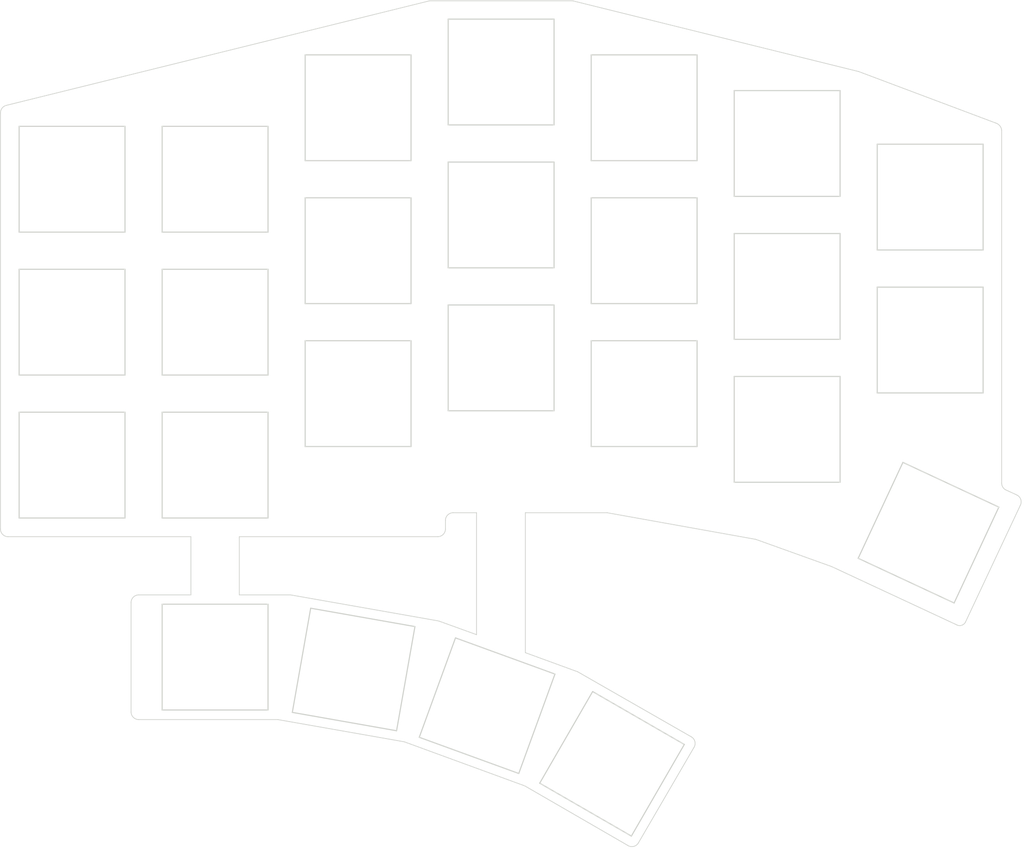
<source format=kicad_pcb>
(kicad_pcb (version 20221018) (generator pcbnew)
  (layers (0 "F.Cu" signal) (31 "B.Cu" signal) (34 "B.Paste" user) (35 "F.Paste" user) (36 "B.SilkS" user "B.Silkscreen") (37 "F.SilkS" user "F.Silkscreen") (38 "B.Mask" user) (39 "F.Mask" user) (44 "Edge.Cuts" user))
  (net 0 "")
  (footprint "kbd_SW_Hole:SW_Hole_1u" (layer "F.Cu") (at 57.15 130.36425)
    (fp_text reference "MX22" hide)
    (fp_text value "MX-NoLED" hide)
    (fp_line (start -7.05 -7.05) (end 7.05 -7.05) (stroke (width 0.15)) (layer "Edge.Cuts"))
    (fp_line (start -7.05 7.05) (end -7.05 -7.05) (stroke (width 0.15)) (layer "Edge.Cuts"))
    (fp_line (start 7.05 -7.05) (end 7.05 7.05) (stroke (width 0.15)) (layer "Edge.Cuts"))
    (fp_line (start 7.05 7.05) (end -7.05 7.05) (stroke (width 0.15)) (layer "Edge.Cuts"))
  )
  (footprint "kbd_Hole:m2_Screw_Hole" (layer "F.Cu") (at 142.875 71.43125)
    (fp_text reference "Ref**")
    (fp_text value "Val**")
    (pad "" np_thru_hole circle (at 0 0) (size 2.2 2.2) (drill 2.2) (layers "*.Cu" "*.Mask"))
  )
  (footprint "kbd_SW_Hole:SW_Hole_1u" (layer "F.Cu") (at 93.384 136.84125 -20)
    (fp_text reference "MX24" hide)
    (fp_text value "MX-NoLED" hide)
    (fp_line (start -7.05 -7.05) (end 7.05 -7.05) (stroke (width 0.15)) (layer "Edge.Cuts"))
    (fp_line (start -7.05 7.05) (end -7.05 -7.05) (stroke (width 0.15)) (layer "Edge.Cuts"))
    (fp_line (start 7.05 -7.05) (end 7.05 7.05) (stroke (width 0.15)) (layer "Edge.Cuts"))
    (fp_line (start 7.05 7.05) (end -7.05 7.05) (stroke (width 0.15)) (layer "Edge.Cuts"))
  )
  (footprint "kbd_SW_Hole:SW_Hole_1u" (layer "F.Cu") (at 110.021 144.58825 -30)
    (fp_text reference "MX25" hide)
    (fp_text value "MX-NoLED" hide)
    (fp_line (start -7.05 -7.05) (end 7.05 -7.05) (stroke (width 0.15)) (layer "Edge.Cuts"))
    (fp_line (start -7.05 7.05) (end -7.05 -7.05) (stroke (width 0.15)) (layer "Edge.Cuts"))
    (fp_line (start 7.05 -7.05) (end 7.05 7.05) (stroke (width 0.15)) (layer "Edge.Cuts"))
    (fp_line (start 7.05 7.05) (end -7.05 7.05) (stroke (width 0.15)) (layer "Edge.Cuts"))
  )
  (footprint "kbd_SW_Hole:SW_Hole_1u" (layer "F.Cu") (at 95.25 90.4875)
    (fp_text reference "MX18" hide)
    (fp_text value "MX-NoLED" hide)
    (fp_line (start -7.05 -7.05) (end 7.05 -7.05) (stroke (width 0.15)) (layer "Edge.Cuts"))
    (fp_line (start -7.05 7.05) (end -7.05 -7.05) (stroke (width 0.15)) (layer "Edge.Cuts"))
    (fp_line (start 7.05 -7.05) (end 7.05 7.05) (stroke (width 0.15)) (layer "Edge.Cuts"))
    (fp_line (start 7.05 7.05) (end -7.05 7.05) (stroke (width 0.15)) (layer "Edge.Cuts"))
  )
  (footprint "kbd_SW_Hole:SW_Hole_1u" (layer "F.Cu") (at 57.15 85.725)
    (fp_text reference "MX9" hide)
    (fp_text value "MX-NoLED" hide)
    (fp_line (start -7.05 -7.05) (end 7.05 -7.05) (stroke (width 0.15)) (layer "Edge.Cuts"))
    (fp_line (start -7.05 7.05) (end -7.05 -7.05) (stroke (width 0.15)) (layer "Edge.Cuts"))
    (fp_line (start 7.05 -7.05) (end 7.05 7.05) (stroke (width 0.15)) (layer "Edge.Cuts"))
    (fp_line (start 7.05 7.05) (end -7.05 7.05) (stroke (width 0.15)) (layer "Edge.Cuts"))
  )
  (footprint "kbd_Hole:m2_Screw_Hole" (layer "F.Cu") (at 47.625 95.25)
    (fp_text reference "Ref**")
    (fp_text value "Val**")
    (pad "" np_thru_hole circle (at 0 0) (size 2.2 2.2) (drill 2.2) (layers "*.Cu" "*.Mask"))
  )
  (footprint "kbd_SW_Hole:SW_Hole_1u" (layer "F.Cu") (at 114.3 76.2)
    (fp_text reference "MX12" hide)
    (fp_text value "MX-NoLED" hide)
    (fp_line (start -7.05 -7.05) (end 7.05 -7.05) (stroke (width 0.15)) (layer "Edge.Cuts"))
    (fp_line (start -7.05 7.05) (end -7.05 -7.05) (stroke (width 0.15)) (layer "Edge.Cuts"))
    (fp_line (start 7.05 -7.05) (end 7.05 7.05) (stroke (width 0.15)) (layer "Edge.Cuts"))
    (fp_line (start 7.05 7.05) (end -7.05 7.05) (stroke (width 0.15)) (layer "Edge.Cuts"))
  )
  (footprint "kbd_SW_Hole:SW_Hole_1u" (layer "F.Cu") (at 76.2 76.2)
    (fp_text reference "MX10" hide)
    (fp_text value "MX-NoLED" hide)
    (fp_line (start -7.05 -7.05) (end 7.05 -7.05) (stroke (width 0.15)) (layer "Edge.Cuts"))
    (fp_line (start -7.05 7.05) (end -7.05 -7.05) (stroke (width 0.15)) (layer "Edge.Cuts"))
    (fp_line (start 7.05 -7.05) (end 7.05 7.05) (stroke (width 0.15)) (layer "Edge.Cuts"))
    (fp_line (start 7.05 7.05) (end -7.05 7.05) (stroke (width 0.15)) (layer "Edge.Cuts"))
  )
  (footprint "kbd_SW_Hole:SW_Hole_1u" (layer "F.Cu") (at 57.15 66.675)
    (fp_text reference "MX2" hide)
    (fp_text value "MX-NoLED" hide)
    (fp_line (start -7.05 -7.05) (end 7.05 -7.05) (stroke (width 0.15)) (layer "Edge.Cuts"))
    (fp_line (start -7.05 7.05) (end -7.05 -7.05) (stroke (width 0.15)) (layer "Edge.Cuts"))
    (fp_line (start 7.05 -7.05) (end 7.05 7.05) (stroke (width 0.15)) (layer "Edge.Cuts"))
    (fp_line (start 7.05 7.05) (end -7.05 7.05) (stroke (width 0.15)) (layer "Edge.Cuts"))
  )
  (footprint "kbd_SW_Hole:SW_Hole_1u" (layer "F.Cu") (at 38.1 85.725)
    (fp_text reference "MX8" hide)
    (fp_text value "MX-NoLED" hide)
    (fp_line (start -7.05 -7.05) (end 7.05 -7.05) (stroke (width 0.15)) (layer "Edge.Cuts"))
    (fp_line (start -7.05 7.05) (end -7.05 -7.05) (stroke (width 0.15)) (layer "Edge.Cuts"))
    (fp_line (start 7.05 -7.05) (end 7.05 7.05) (stroke (width 0.15)) (layer "Edge.Cuts"))
    (fp_line (start 7.05 7.05) (end -7.05 7.05) (stroke (width 0.15)) (layer "Edge.Cuts"))
  )
  (footprint "kbd_SW_Hole:SW_Hole_1u" (layer "F.Cu") (at 95.25 71.4375)
    (fp_text reference "MX11" hide)
    (fp_text value "MX-NoLED" hide)
    (fp_line (start -7.05 -7.05) (end 7.05 -7.05) (stroke (width 0.15)) (layer "Edge.Cuts"))
    (fp_line (start -7.05 7.05) (end -7.05 -7.05) (stroke (width 0.15)) (layer "Edge.Cuts"))
    (fp_line (start 7.05 -7.05) (end 7.05 7.05) (stroke (width 0.15)) (layer "Edge.Cuts"))
    (fp_line (start 7.05 7.05) (end -7.05 7.05) (stroke (width 0.15)) (layer "Edge.Cuts"))
  )
  (footprint "kbd_SW_Hole:SW_Hole_1u" (layer "F.Cu") (at 133.35 80.9625)
    (fp_text reference "MX13" hide)
    (fp_text value "MX-NoLED" hide)
    (fp_line (start -7.05 -7.05) (end 7.05 -7.05) (stroke (width 0.15)) (layer "Edge.Cuts"))
    (fp_line (start -7.05 7.05) (end -7.05 -7.05) (stroke (width 0.15)) (layer "Edge.Cuts"))
    (fp_line (start 7.05 -7.05) (end 7.05 7.05) (stroke (width 0.15)) (layer "Edge.Cuts"))
    (fp_line (start 7.05 7.05) (end -7.05 7.05) (stroke (width 0.15)) (layer "Edge.Cuts"))
  )
  (footprint "kbd_SW_Hole:SW_Hole_1u" (layer "F.Cu") (at 76.2 57.15)
    (fp_text reference "MX3" hide)
    (fp_text value "MX-NoLED" hide)
    (fp_line (start -7.05 -7.05) (end 7.05 -7.05) (stroke (width 0.15)) (layer "Edge.Cuts"))
    (fp_line (start -7.05 7.05) (end -7.05 -7.05) (stroke (width 0.15)) (layer "Edge.Cuts"))
    (fp_line (start 7.05 -7.05) (end 7.05 7.05) (stroke (width 0.15)) (layer "Edge.Cuts"))
    (fp_line (start 7.05 7.05) (end -7.05 7.05) (stroke (width 0.15)) (layer "Edge.Cuts"))
  )
  (footprint "kbd_SW_Hole:SW_Hole_1u" (layer "F.Cu") (at 38.1 66.675)
    (fp_text reference "MX1" hide)
    (fp_text value "MX-NoLED" hide)
    (fp_line (start -7.05 -7.05) (end 7.05 -7.05) (stroke (width 0.15)) (layer "Edge.Cuts"))
    (fp_line (start -7.05 7.05) (end -7.05 -7.05) (stroke (width 0.15)) (layer "Edge.Cuts"))
    (fp_line (start 7.05 -7.05) (end 7.05 7.05) (stroke (width 0.15)) (layer "Edge.Cuts"))
    (fp_line (start 7.05 7.05) (end -7.05 7.05) (stroke (width 0.15)) (layer "Edge.Cuts"))
  )
  (footprint "kbd_SW_Hole:SW_Hole_1u" (layer "F.Cu") (at 75.604 132.01525 -10)
    (fp_text reference "MX23" hide)
    (fp_text value "MX-NoLED" hide)
    (fp_line (start -7.05 -7.05) (end 7.05 -7.05) (stroke (width 0.15)) (layer "Edge.Cuts"))
    (fp_line (start -7.05 7.05) (end -7.05 -7.05) (stroke (width 0.15)) (layer "Edge.Cuts"))
    (fp_line (start 7.05 -7.05) (end 7.05 7.05) (stroke (width 0.15)) (layer "Edge.Cuts"))
    (fp_line (start 7.05 7.05) (end -7.05 7.05) (stroke (width 0.15)) (layer "Edge.Cuts"))
  )
  (footprint "random-keyboard-parts:breakaway-mousebites" (layer "F.Cu") (at 57.15 122.075)
    (fp_text reference "REF**")
    (fp_text value "breakaway-mousebites")
    (pad "" np_thru_hole circle (at -2.54 -0.254) (size 0.7874 0.7874) (drill 0.7874) (layers "*.Cu" "*.Mask"))
    (pad "" np_thru_hole circle (at -1.27 -0.254) (size 0.7874 0.7874) (drill 0.7874) (layers "*.Cu" "*.Mask"))
    (pad "" np_thru_hole circle (at 0 -0.254) (size 0.7874 0.7874) (drill 0.7874) (layers "*.Cu" "*.Mask"))
    (pad "" np_thru_hole circle (at 1.27 -0.254) (size 0.7874 0.7874) (drill 0.7874) (layers "*.Cu" "*.Mask"))
    (pad "" np_thru_hole circle (at 2.54 -0.254) (size 0.7874 0.7874) (drill 0.7874) (layers "*.Cu" "*.Mask"))
  )
  (footprint "kbd_Hole:m2_Screw_Hole" (layer "F.Cu") (at 133.35 113.43125)
    (fp_text reference "Ref**")
    (fp_text value "Val**")
    (pad "" np_thru_hole circle (at 0 0) (size 2.2 2.2) (drill 2.2) (layers "*.Cu" "*.Mask"))
  )
  (footprint "kbd_SW_Hole:SW_Hole_1u" (layer "F.Cu") (at 114.3 95.25)
    (fp_text reference "MX19" hide)
    (fp_text value "MX-NoLED" hide)
    (fp_line (start -7.05 -7.05) (end 7.05 -7.05) (stroke (width 0.15)) (layer "Edge.Cuts"))
    (fp_line (start -7.05 7.05) (end -7.05 -7.05) (stroke (width 0.15)) (layer "Edge.Cuts"))
    (fp_line (start 7.05 -7.05) (end 7.05 7.05) (stroke (width 0.15)) (layer "Edge.Cuts"))
    (fp_line (start 7.05 7.05) (end -7.05 7.05) (stroke (width 0.15)) (layer "Edge.Cuts"))
  )
  (footprint "kbd_SW_Hole:SW_Hole_1u" (layer "F.Cu") (at 133.35 61.9125)
    (fp_text reference "MX6" hide)
    (fp_text value "MX-NoLED" hide)
    (fp_line (start -7.05 -7.05) (end 7.05 -7.05) (stroke (width 0.15)) (layer "Edge.Cuts"))
    (fp_line (start -7.05 7.05) (end -7.05 -7.05) (stroke (width 0.15)) (layer "Edge.Cuts"))
    (fp_line (start 7.05 -7.05) (end 7.05 7.05) (stroke (width 0.15)) (layer "Edge.Cuts"))
    (fp_line (start 7.05 7.05) (end -7.05 7.05) (stroke (width 0.15)) (layer "Edge.Cuts"))
  )
  (footprint "random-keyboard-parts:breakaway-mousebites" (layer "F.Cu") (at 95.25 111.125 180)
    (fp_text reference "REF**")
    (fp_text value "breakaway-mousebites")
    (pad "" np_thru_hole circle (at -2.54 -0.254 180) (size 0.7874 0.7874) (drill 0.7874) (layers "*.Cu" "*.Mask"))
    (pad "" np_thru_hole circle (at -1.27 -0.254 180) (size 0.7874 0.7874) (drill 0.7874) (layers "*.Cu" "*.Mask"))
    (pad "" np_thru_hole circle (at 0 -0.254 180) (size 0.7874 0.7874) (drill 0.7874) (layers "*.Cu" "*.Mask"))
    (pad "" np_thru_hole circle (at 1.27 -0.254 180) (size 0.7874 0.7874) (drill 0.7874) (layers "*.Cu" "*.Mask"))
    (pad "" np_thru_hole circle (at 2.54 -0.254 180) (size 0.7874 0.7874) (drill 0.7874) (layers "*.Cu" "*.Mask"))
  )
  (footprint "kbd_SW_Hole:SW_Hole_1u" (layer "F.Cu") (at 152.4 69.05625)
    (fp_text reference "MX7" hide)
    (fp_text value "MX-NoLED" hide)
    (fp_line (start -7.05 -7.05) (end 7.05 -7.05) (stroke (width 0.15)) (layer "Edge.Cuts"))
    (fp_line (start -7.05 7.05) (end -7.05 -7.05) (stroke (width 0.15)) (layer "Edge.Cuts"))
    (fp_line (start 7.05 -7.05) (end 7.05 7.05) (stroke (width 0.15)) (layer "Edge.Cuts"))
    (fp_line (start 7.05 7.05) (end -7.05 7.05) (stroke (width 0.15)) (layer "Edge.Cuts"))
  )
  (footprint "kbd_SW_Hole:SW_Hole_1u" (layer "F.Cu") (at 114.3 57.15)
    (fp_text reference "MX5" hide)
    (fp_text value "MX-NoLED" hide)
    (fp_line (start -7.05 -7.05) (end 7.05 -7.05) (stroke (width 0.15)) (layer "Edge.Cuts"))
    (fp_line (start -7.05 7.05) (end -7.05 -7.05) (stroke (width 0.15)) (layer "Edge.Cuts"))
    (fp_line (start 7.05 -7.05) (end 7.05 7.05) (stroke (width 0.15)) (layer "Edge.Cuts"))
    (fp_line (start 7.05 7.05) (end -7.05 7.05) (stroke (width 0.15)) (layer "Edge.Cuts"))
  )
  (footprint "random-keyboard-parts:breakaway-mousebites" (layer "F.Cu") (at 95.045061 128.477082 -20.1)
    (fp_text reference "REF**")
    (fp_text value "breakaway-mousebites")
    (pad "" np_thru_hole circle (at -2.54 -0.254 339.9) (size 0.7874 0.7874) (drill 0.7874) (layers "*.Cu" "*.Mask"))
    (pad "" np_thru_hole circle (at -1.27 -0.254 339.9) (size 0.7874 0.7874) (drill 0.7874) (layers "*.Cu" "*.Mask"))
    (pad "" np_thru_hole circle (at 0 -0.254 339.9) (size 0.7874 0.7874) (drill 0.7874) (layers "*.Cu" "*.Mask"))
    (pad "" np_thru_hole circle (at 1.27 -0.254 339.9) (size 0.7874 0.7874) (drill 0.7874) (layers "*.Cu" "*.Mask"))
    (pad "" np_thru_hole circle (at 2.54 -0.254 339.9) (size 0.7874 0.7874) (drill 0.7874) (layers "*.Cu" "*.Mask"))
  )
  (footprint "kbd_SW_Hole:SW_Hole_1u" (layer "F.Cu") (at 152.179418 113.785053 -25)
    (fp_text reference "MX21" hide)
    (fp_text value "MX-NoLED" hide)
    (fp_line (start -7.05 -7.05) (end 7.05 -7.05) (stroke (width 0.15)) (layer "Edge.Cuts"))
    (fp_line (start -7.05 7.05) (end -7.05 -7.05) (stroke (width 0.15)) (layer "Edge.Cuts"))
    (fp_line (start 7.05 -7.05) (end 7.05 7.05) (stroke (width 0.15)) (layer "Edge.Cuts"))
    (fp_line (start 7.05 7.05) (end -7.05 7.05) (stroke (width 0.15)) (layer "Edge.Cuts"))
  )
  (footprint "random-keyboard-parts:breakaway-mousebites" (layer "F.Cu") (at 57.15 114.316233 180)
    (fp_text reference "REF**")
    (fp_text value "breakaway-mousebites")
    (pad "" np_thru_hole circle (at -2.54 -0.254 180) (size 0.7874 0.7874) (drill 0.7874) (layers "*.Cu" "*.Mask"))
    (pad "" np_thru_hole circle (at -1.27 -0.254 180) (size 0.7874 0.7874) (drill 0.7874) (layers "*.Cu" "*.Mask"))
    (pad "" np_thru_hole circle (at 0 -0.254 180) (size 0.7874 0.7874) (drill 0.7874) (layers "*.Cu" "*.Mask"))
    (pad "" np_thru_hole circle (at 1.27 -0.254 180) (size 0.7874 0.7874) (drill 0.7874) (layers "*.Cu" "*.Mask"))
    (pad "" np_thru_hole circle (at 2.54 -0.254 180) (size 0.7874 0.7874) (drill 0.7874) (layers "*.Cu" "*.Mask"))
  )
  (footprint "kbd_Hole:m2_Screw_Hole" (layer "F.Cu") (at 47.625 76.20625)
    (fp_text reference "Ref**")
    (fp_text value "Val**")
    (pad "" np_thru_hole circle (at 0 0) (size 2.2 2.2) (drill 2.2) (layers "*.Cu" "*.Mask"))
  )
  (footprint "kbd_SW_Hole:SW_Hole_1u" (layer "F.Cu") (at 152.4 88.10625)
    (fp_text reference "MX14" hide)
    (fp_text value "MX-NoLED" hide)
    (fp_line (start -7.05 -7.05) (end 7.05 -7.05) (stroke (width 0.15)) (layer "Edge.Cuts"))
    (fp_line (start -7.05 7.05) (end -7.05 -7.05) (stroke (width 0.15)) (layer "Edge.Cuts"))
    (fp_line (start 7.05 -7.05) (end 7.05 7.05) (stroke (width 0.15)) (layer "Edge.Cuts"))
    (fp_line (start 7.05 7.05) (end -7.05 7.05) (stroke (width 0.15)) (layer "Edge.Cuts"))
  )
  (footprint "kbd_SW_Hole:SW_Hole_1u" (layer "F.Cu") (at 133.35 100.0125)
    (fp_text reference "MX20" hide)
    (fp_text value "MX-NoLED" hide)
    (fp_line (start -7.05 -7.05) (end 7.05 -7.05) (stroke (width 0.15)) (layer "Edge.Cuts"))
    (fp_line (start -7.05 7.05) (end -7.05 -7.05) (stroke (width 0.15)) (layer "Edge.Cuts"))
    (fp_line (start 7.05 -7.05) (end 7.05 7.05) (stroke (width 0.15)) (layer "Edge.Cuts"))
    (fp_line (start 7.05 7.05) (end -7.05 7.05) (stroke (width 0.15)) (layer "Edge.Cuts"))
  )
  (footprint "kbd_SW_Hole:SW_Hole_1u" (layer "F.Cu") (at 76.2 95.25)
    (fp_text reference "MX17" hide)
    (fp_text value "MX-NoLED" hide)
    (fp_line (start -7.05 -7.05) (end 7.05 -7.05) (stroke (width 0.15)) (layer "Edge.Cuts"))
    (fp_line (start -7.05 7.05) (end -7.05 -7.05) (stroke (width 0.15)) (layer "Edge.Cuts"))
    (fp_line (start 7.05 -7.05) (end 7.05 7.05) (stroke (width 0.15)) (layer "Edge.Cuts"))
    (fp_line (start 7.05 7.05) (end -7.05 7.05) (stroke (width 0.15)) (layer "Edge.Cuts"))
  )
  (footprint "kbd_SW_Hole:SW_Hole_1u" (layer "F.Cu") (at 95.25 52.3875)
    (fp_text reference "MX4" hide)
    (fp_text value "MX-NoLED" hide)
    (fp_line (start -7.05 -7.05) (end 7.05 -7.05) (stroke (width 0.15)) (layer "Edge.Cuts"))
    (fp_line (start -7.05 7.05) (end -7.05 -7.05) (stroke (width 0.15)) (layer "Edge.Cuts"))
    (fp_line (start 7.05 -7.05) (end 7.05 7.05) (stroke (width 0.15)) (layer "Edge.Cuts"))
    (fp_line (start 7.05 7.05) (end -7.05 7.05) (stroke (width 0.15)) (layer "Edge.Cuts"))
  )
  (footprint "kbd_SW_Hole:SW_Hole_1u" (layer "F.Cu") (at 57.15 104.775)
    (fp_text reference "MX16" hide)
    (fp_text value "MX-NoLED" hide)
    (fp_line (start -7.05 -7.05) (end 7.05 -7.05) (stroke (width 0.15)) (layer "Edge.Cuts"))
    (fp_line (start -7.05 7.05) (end -7.05 -7.05) (stroke (width 0.15)) (layer "Edge.Cuts"))
    (fp_line (start 7.05 -7.05) (end 7.05 7.05) (stroke (width 0.15)) (layer "Edge.Cuts"))
    (fp_line (start 7.05 7.05) (end -7.05 7.05) (stroke (width 0.15)) (layer "Edge.Cuts"))
  )
  (footprint "kbd_SW_Hole:SW_Hole_1u" (layer "F.Cu") (at 38.1 104.775)
    (fp_text reference "MX15" hide)
    (fp_text value "MX-NoLED" hide)
    (fp_line (start -7.05 -7.05) (end 7.05 -7.05) (stroke (width 0.15)) (layer "Edge.Cuts"))
    (fp_line (start -7.05 7.05) (end -7.05 -7.05) (stroke (width 0.15)) (layer "Edge.Cuts"))
    (fp_line (start 7.05 -7.05) (end 7.05 7.05) (stroke (width 0.15)) (layer "Edge.Cuts"))
    (fp_line (start 7.05 7.05) (end -7.05 7.05) (stroke (width 0.15)) (layer "Edge.Cuts"))
  )
  (gr_line (start 29.322857 56.833855) (end 85.725 42.89425) (stroke (width 0.1)) (layer "Edge.Cuts"))
  (gr_line (start 91.975 127.375) (end 86.929 125.55) (stroke (width 0.1)) (layer "Edge.Cuts"))
  (gr_line (start 65.504 138.691681) (end 46.974281 138.691681) (stroke (width 0.1)) (layer "Edge.Cuts"))
  (gr_line (start 112.104 155.45625) (end 98.404 147.53125) (stroke (width 0.1)) (layer "Edge.Cuts"))
  (gr_line (start 104.775 42.89425) (end 85.725 42.89425) (stroke (width 0.1)) (layer "Edge.Cuts"))
  (gr_arc (start 120.635153 141.022722) (mid 121.070022 141.667254) (end 120.921697 142.43047) (stroke (width 0.1)) (layer "Edge.Cuts"))
  (gr_line (start 98.404 147.53125) (end 82.354 141.65625) (stroke (width 0.1)) (layer "Edge.Cuts"))
  (gr_arc (start 161.124548 59.182612) (mid 161.674565 59.550194) (end 161.925 60.1625) (stroke (width 0.1)) (layer "Edge.Cuts"))
  (gr_line (start 91.975 111.125) (end 88.858243 111.125) (stroke (width 0.1)) (layer "Edge.Cuts"))
  (gr_line (start 53.925 122.075) (end 53.925 114.316233) (stroke (width 0.1)) (layer "Edge.Cuts"))
  (gr_arc (start 29.575001 114.316233) (mid 28.860834 114.020416) (end 28.565017 113.306249) (stroke (width 0.1)) (layer "Edge.Cuts"))
  (gr_arc (start 28.565017 57.834528) (mid 28.775003 57.206252) (end 29.322857 56.833855) (stroke (width 0.1)) (layer "Edge.Cuts"))
  (gr_line (start 98.475 111.125) (end 98.475 129.775) (stroke (width 0.1)) (layer "Edge.Cuts"))
  (gr_line (start 67.204 122.075) (end 60.375 122.075) (stroke (width 0.1)) (layer "Edge.Cuts"))
  (gr_line (start 129.175 114.675) (end 109.375 111.125) (stroke (width 0.1)) (layer "Edge.Cuts"))
  (gr_line (start 139.275 118.3) (end 129.175 114.675) (stroke (width 0.1)) (layer "Edge.Cuts"))
  (gr_arc (start 163.979741 108.77574) (mid 164.475038 109.38125) (end 164.397041 110.159612) (stroke (width 0.1)) (layer "Edge.Cuts"))
  (gr_line (start 155.948005 126.074218) (end 139.275 118.3) (stroke (width 0.1)) (layer "Edge.Cuts"))
  (gr_line (start 104.775 42.89425) (end 142.875 52.324) (stroke (width 0.1)) (layer "Edge.Cuts"))
  (gr_line (start 86.929 125.55) (end 67.204 122.075) (stroke (width 0.1)) (layer "Edge.Cuts"))
  (gr_arc (start 87.833236 113.294378) (mid 87.52826 114.019287) (end 86.800024 114.316233) (stroke (width 0.1)) (layer "Edge.Cuts"))
  (gr_line (start 87.833236 113.294378) (end 87.833236 112.15) (stroke (width 0.1)) (layer "Edge.Cuts"))
  (gr_line (start 164.397041 110.159612) (end 157.099855 125.70331) (stroke (width 0.1)) (layer "Edge.Cuts"))
  (gr_arc (start 157.099855 125.70331) (mid 156.6 126.125) (end 155.948005 126.074218) (stroke (width 0.1)) (layer "Edge.Cuts"))
  (gr_line (start 161.925 60.1625) (end 161.925 107.163771) (stroke (width 0.1)) (layer "Edge.Cuts"))
  (gr_line (start 45.962237 137.687039) (end 45.962236 123.099689) (stroke (width 0.1)) (layer "Edge.Cuts"))
  (gr_arc (start 46.974281 138.691681) (mid 46.262329 138.396818) (end 45.962237 137.687039) (stroke (width 0.1)) (layer "Edge.Cuts"))
  (gr_line (start 86.800024 114.316233) (end 60.375 114.316233) (stroke (width 0.1)) (layer "Edge.Cuts"))
  (gr_arc (start 45.962236 123.099689) (mid 46.258266 122.37681) (end 46.978752 122.075) (stroke (width 0.1)) (layer "Edge.Cuts"))
  (gr_line (start 53.925 122.075) (end 46.978752 122.075) (stroke (width 0.1)) (layer "Edge.Cuts"))
  (gr_line (start 109.375 111.125) (end 98.475 111.125) (stroke (width 0.1)) (layer "Edge.Cuts"))
  (gr_line (start 162.425446 108.058064) (end 163.979741 108.77574) (stroke (width 0.1)) (layer "Edge.Cuts"))
  (gr_arc (start 162.42546 108.058041) (mid 162.054382 107.678536) (end 161.925001 107.163771) (stroke (width 0.1)) (layer "Edge.Cuts"))
  (gr_line (start 28.565017 113.306249) (end 28.565017 57.834528) (stroke (width 0.1)) (layer "Edge.Cuts"))
  (gr_arc (start 113.511748 155.169705) (mid 112.867222 155.604574) (end 112.104 155.45625) (stroke (width 0.1)) (layer "Edge.Cuts"))
  (gr_line (start 105.454 132.325) (end 98.475 129.775) (stroke (width 0.1)) (layer "Edge.Cuts"))
  (gr_arc (start 87.833236 112.15) (mid 88.133447 111.425207) (end 88.858243 111.125) (stroke (width 0.1)) (layer "Edge.Cuts"))
  (gr_line (start 120.921697 142.43047) (end 113.511748 155.169705) (stroke (width 0.1)) (layer "Edge.Cuts"))
  (gr_line (start 53.925 114.316233) (end 29.575001 114.316233) (stroke (width 0.1)) (layer "Edge.Cuts"))
  (gr_line (start 91.975 111.125) (end 91.975 127.375) (stroke (width 0.1)) (layer "Edge.Cuts"))
  (gr_line (start 60.375 122.075) (end 60.375 114.316233) (stroke (width 0.1)) (layer "Edge.Cuts"))
  (gr_line (start 142.875 52.324) (end 161.124548 59.182612) (stroke (width 0.1)) (layer "Edge.Cuts"))
  (gr_line (start 82.354 141.65625) (end 65.504 138.691681) (stroke (width 0.1)) (layer "Edge.Cuts"))
  (gr_line (start 105.454 132.325) (end 120.635153 141.022722) (stroke (width 0.1)) (layer "Edge.Cuts"))
)
</source>
